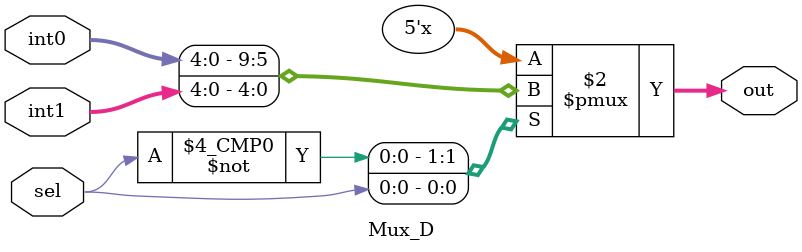
<source format=v>

`timescale 1ns/1ns

module Mux_D(
    input sel,
    input [4:0] int0,
    input [4:0] int1,
    output reg [4:0]out);

    always @*
     begin
         case (sel)
             1'b0: 
             begin
                 out = int0;
             end
             1'b1:
             begin
                 out = int1;
             end
         endcase
        
    end

endmodule


</source>
